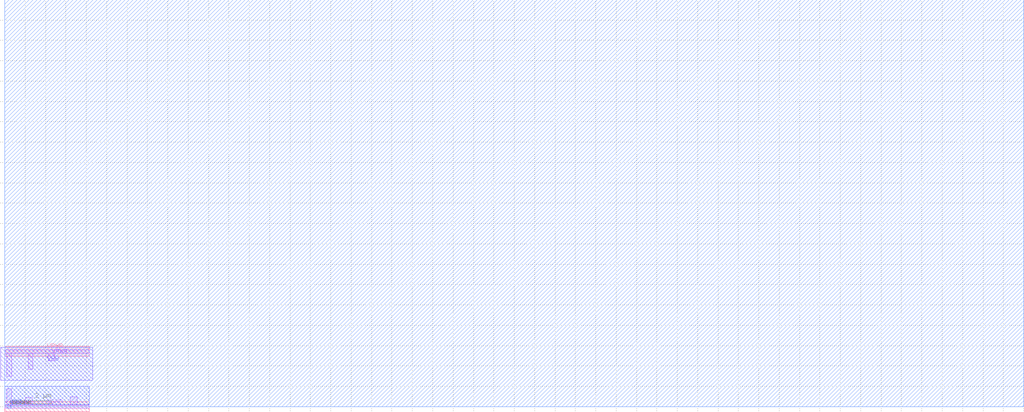
<source format=lef>
VERSION 5.4 ;
NAMESCASESENSITIVE ON ;
BUSBITCHARS "[]" ;
DIVIDERCHAR "/" ;

UNITS
  DATABASE MICRONS 1000 ;
END UNITS
MANUFACTURINGGRID 0.1 ;

LAYER M1
  TYPE ROUTING ;
  DIRECTION HORIZONTAL ;
  PITCH 0.2 ;
  WIDTH 0.1 ;
  OFFSET 0.1 ;
  AREA 0.042 ;
END M1

LAYER M2
  TYPE ROUTING ;
  DIRECTION VERTICAL ;
  PITCH 0.2 ;
  WIDTH 0.1 ;
  OFFSET 0.1 ;
  AREA 0.052 ;
END M2

LAYER nwell
  TYPE MASTERSLICE ;
  PROPERTY LEF58_TYPE "TYPE NWELL ;" ;
END nwell

LAYER pwell
  TYPE MASTERSLICE ;
  PROPERTY LEF58_TYPE "TYPE PWELL ;" ;
END pwell

SITE site1
  CLASS CORE ;
  SIZE 50 BY 20 ;
END site1

MACRO snl_bufx1
 SIZE 50 BY 20 ;
 PIN Z DIRECTION OUTPUT ; END Z
 PIN A DIRECTION INPUT ; END A
 PIN VDD DIRECTION INOUT ; USE POWER ; END VDD
 PIN VSS DIRECTION INOUT ; USE GROUND ; END VSS
END snl_bufx1

MACRO snl_bufx2
 SIZE 50 BY 20 ;
 PIN Z DIRECTION OUTPUT ; END Z
 PIN A DIRECTION INPUT ; END A
 PIN VDD DIRECTION INOUT ; USE POWER ; END VDD
 PIN VSS DIRECTION INOUT ; USE GROUND ; END VSS
  PIN VGND
    DIRECTION INOUT ;
    USE GROUND ;
    SHAPE ABUTMENT ;
    PORT
      LAYER M1 ;
        RECT 0.000 -0.240 4.140 0.240 ;
    END
    PORT
      LAYER M2 ;
        RECT 0.090 0.085 0.345 0.885 ;
        RECT 1.015 0.085 1.345 0.465 ;
        RECT 3.220 0.085 3.550 0.485 ;
        RECT 0.000 -0.085 4.140 0.085 ;
    END
  END VGND
  # power/ground PINs
  PIN VNB
    DIRECTION INPUT ;
    PORT
      LAYER pwell ;
        RECT 0.005 0.105 4.135 1.015 ;
        RECT 0.150 -0.085 0.320 0.105 ;
    END
  END VNB
  PIN VPB
    DIRECTION INPUT ;
    PORT
      LAYER nwell ;
        RECT -0.190 1.305 4.330 2.910 ;
    END
  END VPB
  PIN VPWR
    DIRECTION INOUT ;
    USE POWER ;
    SHAPE ABUTMENT ;
    PORT
      LAYER M1 ;
        RECT 0.000 2.480 4.140 2.960 ;
    END
    PORT
      LAYER M2 ;
        RECT 0.000 2.635 4.140 2.805 ;
        RECT 0.090 1.495 0.345 2.635 ;
        RECT 1.160 1.835 1.380 2.635 ;
        RECT 2.125 2.255 2.455 2.635 ;
    END
  END VPWR
END snl_bufx2

END LIBRARY

</source>
